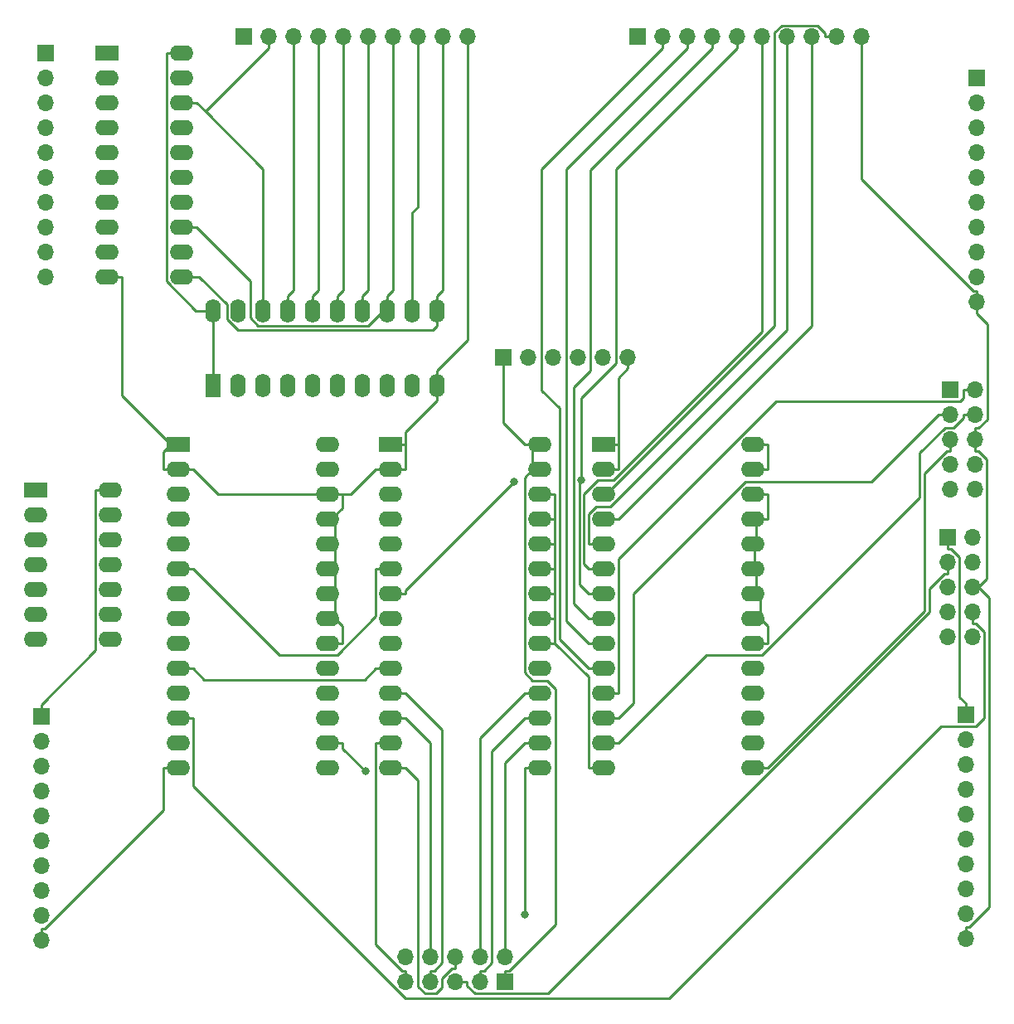
<source format=gbr>
%TF.GenerationSoftware,KiCad,Pcbnew,6.0.2+dfsg-1*%
%TF.CreationDate,2023-02-27T20:22:54-05:00*%
%TF.ProjectId,DatapathController,44617461-7061-4746-9843-6f6e74726f6c,rev?*%
%TF.SameCoordinates,Original*%
%TF.FileFunction,Copper,L2,Bot*%
%TF.FilePolarity,Positive*%
%FSLAX46Y46*%
G04 Gerber Fmt 4.6, Leading zero omitted, Abs format (unit mm)*
G04 Created by KiCad (PCBNEW 6.0.2+dfsg-1) date 2023-02-27 20:22:54*
%MOMM*%
%LPD*%
G01*
G04 APERTURE LIST*
%TA.AperFunction,ComponentPad*%
%ADD10R,1.700000X1.700000*%
%TD*%
%TA.AperFunction,ComponentPad*%
%ADD11O,1.700000X1.700000*%
%TD*%
%TA.AperFunction,ComponentPad*%
%ADD12R,2.400000X1.600000*%
%TD*%
%TA.AperFunction,ComponentPad*%
%ADD13O,2.400000X1.600000*%
%TD*%
%TA.AperFunction,ComponentPad*%
%ADD14R,1.600000X2.400000*%
%TD*%
%TA.AperFunction,ComponentPad*%
%ADD15O,1.600000X2.400000*%
%TD*%
%TA.AperFunction,ViaPad*%
%ADD16C,0.800000*%
%TD*%
%TA.AperFunction,Conductor*%
%ADD17C,0.250000*%
%TD*%
G04 APERTURE END LIST*
D10*
%TO.P,J7,1,Pin_1*%
%TO.N,VCC*%
X112485000Y-53925000D03*
D11*
%TO.P,J7,2,Pin_2*%
%TO.N,Net-(J7-Pad2)*%
X115025000Y-53925000D03*
%TO.P,J7,3,Pin_3*%
%TO.N,Net-(J7-Pad3)*%
X112485000Y-56465000D03*
%TO.P,J7,4,Pin_4*%
%TO.N,Net-(J7-Pad4)*%
X115025000Y-56465000D03*
%TO.P,J7,5,Pin_5*%
%TO.N,Net-(J7-Pad5)*%
X112485000Y-59005000D03*
%TO.P,J7,6,Pin_6*%
%TO.N,GND*%
X115025000Y-59005000D03*
%TO.P,J7,7,Pin_7*%
%TO.N,Net-(J7-Pad7)*%
X112485000Y-61545000D03*
%TO.P,J7,8,Pin_8*%
%TO.N,Net-(J7-Pad8)*%
X115025000Y-61545000D03*
%TO.P,J7,9,Pin_9*%
%TO.N,Net-(J7-Pad9)*%
X112485000Y-64085000D03*
%TO.P,J7,10,Pin_10*%
%TO.N,Net-(J7-Pad10)*%
X115025000Y-64085000D03*
%TD*%
D10*
%TO.P,J6,1,Pin_1*%
%TO.N,VCC*%
X112225000Y-69045000D03*
D11*
%TO.P,J6,2,Pin_2*%
%TO.N,Net-(J6-Pad2)*%
X114765000Y-69045000D03*
%TO.P,J6,3,Pin_3*%
%TO.N,CLK*%
X112225000Y-71585000D03*
%TO.P,J6,4,Pin_4*%
%TO.N,unconnected-(J6-Pad4)*%
X114765000Y-71585000D03*
%TO.P,J6,5,Pin_5*%
%TO.N,Net-(J6-Pad5)*%
X112225000Y-74125000D03*
%TO.P,J6,6,Pin_6*%
%TO.N,GND*%
X114765000Y-74125000D03*
%TO.P,J6,7,Pin_7*%
%TO.N,Net-(J6-Pad7)*%
X112225000Y-76665000D03*
%TO.P,J6,8,Pin_8*%
%TO.N,Net-(J6-Pad8)*%
X114765000Y-76665000D03*
%TO.P,J6,9,Pin_9*%
%TO.N,Net-(J6-Pad9)*%
X112225000Y-79205000D03*
%TO.P,J6,10,Pin_10*%
%TO.N,Net-(J6-Pad10)*%
X114765000Y-79205000D03*
%TD*%
D12*
%TO.P,U6,1,A14*%
%TO.N,GND*%
X77055000Y-59535000D03*
D13*
%TO.P,U6,2,A12*%
X77055000Y-62075000D03*
%TO.P,U6,3,A7*%
%TO.N,/DecodeIns/A_{7}*%
X77055000Y-64615000D03*
%TO.P,U6,4,A6*%
%TO.N,/DecodeIns/A_{6}*%
X77055000Y-67155000D03*
%TO.P,U6,5,A5*%
%TO.N,/DecodeIns/A_{5}*%
X77055000Y-69695000D03*
%TO.P,U6,6,A4*%
%TO.N,/DecodeIns/A_{4}*%
X77055000Y-72235000D03*
%TO.P,U6,7,A3*%
%TO.N,/DecodeIns/A_{3}*%
X77055000Y-74775000D03*
%TO.P,U6,8,A2*%
%TO.N,/DecodeIns/A_{2}*%
X77055000Y-77315000D03*
%TO.P,U6,9,A1*%
%TO.N,/DecodeIns/A_{1}*%
X77055000Y-79855000D03*
%TO.P,U6,10,A0*%
%TO.N,/DecodeIns/A_{0}*%
X77055000Y-82395000D03*
%TO.P,U6,11,D0*%
%TO.N,Net-(J7-Pad2)*%
X77055000Y-84935000D03*
%TO.P,U6,12,D1*%
%TO.N,Net-(J7-Pad3)*%
X77055000Y-87475000D03*
%TO.P,U6,13,D2*%
%TO.N,Net-(J7-Pad4)*%
X77055000Y-90015000D03*
%TO.P,U6,14,GND*%
%TO.N,GND*%
X77055000Y-92555000D03*
%TO.P,U6,15,D3*%
%TO.N,Net-(J7-Pad5)*%
X92295000Y-92555000D03*
%TO.P,U6,16,D4*%
%TO.N,unconnected-(U6-Pad16)*%
X92295000Y-90015000D03*
%TO.P,U6,17,D5*%
%TO.N,unconnected-(U6-Pad17)*%
X92295000Y-87475000D03*
%TO.P,U6,18,D6*%
%TO.N,unconnected-(U6-Pad18)*%
X92295000Y-84935000D03*
%TO.P,U6,19,D7*%
%TO.N,unconnected-(U6-Pad19)*%
X92295000Y-82395000D03*
%TO.P,U6,20,~{CS}*%
%TO.N,GND*%
X92295000Y-79855000D03*
%TO.P,U6,21,A10*%
X92295000Y-77315000D03*
%TO.P,U6,22,~{OE}*%
X92295000Y-74775000D03*
%TO.P,U6,23,A11*%
X92295000Y-72235000D03*
%TO.P,U6,24,A9*%
X92295000Y-69695000D03*
%TO.P,U6,25,A8*%
X92295000Y-67155000D03*
%TO.P,U6,26,A13*%
X92295000Y-64615000D03*
%TO.P,U6,27,~{WE}*%
%TO.N,VCC*%
X92295000Y-62075000D03*
%TO.P,U6,28,VCC*%
X92295000Y-59535000D03*
%TD*%
D12*
%TO.P,U5,1,A14*%
%TO.N,GND*%
X33635000Y-59535000D03*
D13*
%TO.P,U5,2,A12*%
X33635000Y-62075000D03*
%TO.P,U5,3,A7*%
%TO.N,/DecodeIns/A_{7}*%
X33635000Y-64615000D03*
%TO.P,U5,4,A6*%
%TO.N,/DecodeIns/A_{6}*%
X33635000Y-67155000D03*
%TO.P,U5,5,A5*%
%TO.N,/DecodeIns/A_{5}*%
X33635000Y-69695000D03*
%TO.P,U5,6,A4*%
%TO.N,/DecodeIns/A_{4}*%
X33635000Y-72235000D03*
%TO.P,U5,7,A3*%
%TO.N,/DecodeIns/A_{3}*%
X33635000Y-74775000D03*
%TO.P,U5,8,A2*%
%TO.N,/DecodeIns/A_{2}*%
X33635000Y-77315000D03*
%TO.P,U5,9,A1*%
%TO.N,/DecodeIns/A_{1}*%
X33635000Y-79855000D03*
%TO.P,U5,10,A0*%
%TO.N,/DecodeIns/A_{0}*%
X33635000Y-82395000D03*
%TO.P,U5,11,D0*%
%TO.N,Net-(J6-Pad7)*%
X33635000Y-84935000D03*
%TO.P,U5,12,D1*%
%TO.N,Net-(J6-Pad8)*%
X33635000Y-87475000D03*
%TO.P,U5,13,D2*%
%TO.N,Net-(J6-Pad9)*%
X33635000Y-90015000D03*
%TO.P,U5,14,GND*%
%TO.N,GND*%
X33635000Y-92555000D03*
%TO.P,U5,15,D3*%
%TO.N,Net-(J6-Pad10)*%
X48875000Y-92555000D03*
%TO.P,U5,16,D4*%
%TO.N,Net-(J6-Pad2)*%
X48875000Y-90015000D03*
%TO.P,U5,17,D5*%
%TO.N,Net-(J6-Pad5)*%
X48875000Y-87475000D03*
%TO.P,U5,18,D6*%
%TO.N,unconnected-(U5-Pad18)*%
X48875000Y-84935000D03*
%TO.P,U5,19,D7*%
%TO.N,unconnected-(U5-Pad19)*%
X48875000Y-82395000D03*
%TO.P,U5,20,~{CS}*%
%TO.N,GND*%
X48875000Y-79855000D03*
%TO.P,U5,21,A10*%
X48875000Y-77315000D03*
%TO.P,U5,22,~{OE}*%
X48875000Y-74775000D03*
%TO.P,U5,23,A11*%
X48875000Y-72235000D03*
%TO.P,U5,24,A9*%
X48875000Y-69695000D03*
%TO.P,U5,25,A8*%
X48875000Y-67155000D03*
%TO.P,U5,26,A13*%
X48875000Y-64615000D03*
%TO.P,U5,27,~{WE}*%
%TO.N,VCC*%
X48875000Y-62075000D03*
%TO.P,U5,28,VCC*%
X48875000Y-59535000D03*
%TD*%
D12*
%TO.P,U4,1,A14*%
%TO.N,GND*%
X55345000Y-59535000D03*
D13*
%TO.P,U4,2,A12*%
X55345000Y-62075000D03*
%TO.P,U4,3,A7*%
%TO.N,/DecodeIns/A_{7}*%
X55345000Y-64615000D03*
%TO.P,U4,4,A6*%
%TO.N,/DecodeIns/A_{6}*%
X55345000Y-67155000D03*
%TO.P,U4,5,A5*%
%TO.N,/DecodeIns/A_{5}*%
X55345000Y-69695000D03*
%TO.P,U4,6,A4*%
%TO.N,/DecodeIns/A_{4}*%
X55345000Y-72235000D03*
%TO.P,U4,7,A3*%
%TO.N,/DecodeIns/A_{3}*%
X55345000Y-74775000D03*
%TO.P,U4,8,A2*%
%TO.N,/DecodeIns/A_{2}*%
X55345000Y-77315000D03*
%TO.P,U4,9,A1*%
%TO.N,/DecodeIns/A_{1}*%
X55345000Y-79855000D03*
%TO.P,U4,10,A0*%
%TO.N,/DecodeIns/A_{0}*%
X55345000Y-82395000D03*
%TO.P,U4,11,D0*%
%TO.N,Net-(J5-Pad7)*%
X55345000Y-84935000D03*
%TO.P,U4,12,D1*%
%TO.N,Net-(J5-Pad8)*%
X55345000Y-87475000D03*
%TO.P,U4,13,D2*%
%TO.N,Net-(J5-Pad9)*%
X55345000Y-90015000D03*
%TO.P,U4,14,GND*%
%TO.N,GND*%
X55345000Y-92555000D03*
%TO.P,U4,15,D3*%
%TO.N,Net-(J5-Pad10)*%
X70585000Y-92555000D03*
%TO.P,U4,16,D4*%
%TO.N,Net-(J5-Pad2)*%
X70585000Y-90015000D03*
%TO.P,U4,17,D5*%
%TO.N,Net-(J5-Pad3)*%
X70585000Y-87475000D03*
%TO.P,U4,18,D6*%
%TO.N,Net-(J5-Pad4)*%
X70585000Y-84935000D03*
%TO.P,U4,19,D7*%
%TO.N,unconnected-(U4-Pad19)*%
X70585000Y-82395000D03*
%TO.P,U4,20,~{CS}*%
%TO.N,GND*%
X70585000Y-79855000D03*
%TO.P,U4,21,A10*%
X70585000Y-77315000D03*
%TO.P,U4,22,~{OE}*%
X70585000Y-74775000D03*
%TO.P,U4,23,A11*%
X70585000Y-72235000D03*
%TO.P,U4,24,A9*%
X70585000Y-69695000D03*
%TO.P,U4,25,A8*%
X70585000Y-67155000D03*
%TO.P,U4,26,A13*%
X70585000Y-64615000D03*
%TO.P,U4,27,~{WE}*%
%TO.N,VCC*%
X70585000Y-62075000D03*
%TO.P,U4,28,VCC*%
X70585000Y-59535000D03*
%TD*%
D12*
%TO.P,U3,1,A->B*%
%TO.N,VCC*%
X26350000Y-19535000D03*
D13*
%TO.P,U3,2,A0*%
%TO.N,Net-(IMM1-Pad2)*%
X26350000Y-22075000D03*
%TO.P,U3,3,A1*%
%TO.N,Net-(IMM1-Pad3)*%
X26350000Y-24615000D03*
%TO.P,U3,4,A2*%
%TO.N,Net-(IMM1-Pad4)*%
X26350000Y-27155000D03*
%TO.P,U3,5,A3*%
%TO.N,Net-(IMM1-Pad5)*%
X26350000Y-29695000D03*
%TO.P,U3,6,A4*%
%TO.N,Net-(IMM1-Pad6)*%
X26350000Y-32235000D03*
%TO.P,U3,7,A5*%
%TO.N,Net-(IMM1-Pad7)*%
X26350000Y-34775000D03*
%TO.P,U3,8,A6*%
%TO.N,Net-(IMM1-Pad8)*%
X26350000Y-37315000D03*
%TO.P,U3,9,A7*%
%TO.N,Net-(IMM1-Pad9)*%
X26350000Y-39855000D03*
%TO.P,U3,10,GND*%
%TO.N,GND*%
X26350000Y-42395000D03*
%TO.P,U3,11,B7*%
%TO.N,Net-(J1-Pad9)*%
X33970000Y-42395000D03*
%TO.P,U3,12,B6*%
%TO.N,Net-(J1-Pad8)*%
X33970000Y-39855000D03*
%TO.P,U3,13,B5*%
%TO.N,Net-(J1-Pad7)*%
X33970000Y-37315000D03*
%TO.P,U3,14,B4*%
%TO.N,Net-(J1-Pad6)*%
X33970000Y-34775000D03*
%TO.P,U3,15,B3*%
%TO.N,Net-(J1-Pad5)*%
X33970000Y-32235000D03*
%TO.P,U3,16,B2*%
%TO.N,Net-(J1-Pad4)*%
X33970000Y-29695000D03*
%TO.P,U3,17,B1*%
%TO.N,Net-(J1-Pad3)*%
X33970000Y-27155000D03*
%TO.P,U3,18,B0*%
%TO.N,Net-(J1-Pad2)*%
X33970000Y-24615000D03*
%TO.P,U3,19,CE*%
%TO.N,Net-(U1-Pad2)*%
X33970000Y-22075000D03*
%TO.P,U3,20,VCC*%
%TO.N,VCC*%
X33970000Y-19535000D03*
%TD*%
D14*
%TO.P,U2,1,A->B*%
%TO.N,VCC*%
X37205000Y-53500000D03*
D15*
%TO.P,U2,2,A0*%
%TO.N,Net-(RD1-Pad2)*%
X39745000Y-53500000D03*
%TO.P,U2,3,A1*%
%TO.N,Net-(RD1-Pad3)*%
X42285000Y-53500000D03*
%TO.P,U2,4,A2*%
%TO.N,Net-(RD1-Pad4)*%
X44825000Y-53500000D03*
%TO.P,U2,5,A3*%
%TO.N,Net-(RD1-Pad5)*%
X47365000Y-53500000D03*
%TO.P,U2,6,A4*%
%TO.N,Net-(RD1-Pad6)*%
X49905000Y-53500000D03*
%TO.P,U2,7,A5*%
%TO.N,Net-(RD1-Pad7)*%
X52445000Y-53500000D03*
%TO.P,U2,8,A6*%
%TO.N,Net-(RD1-Pad8)*%
X54985000Y-53500000D03*
%TO.P,U2,9,A7*%
%TO.N,Net-(RD1-Pad9)*%
X57525000Y-53500000D03*
%TO.P,U2,10,GND*%
%TO.N,GND*%
X60065000Y-53500000D03*
%TO.P,U2,11,B7*%
%TO.N,Net-(J1-Pad9)*%
X60065000Y-45880000D03*
%TO.P,U2,12,B6*%
%TO.N,Net-(J1-Pad8)*%
X57525000Y-45880000D03*
%TO.P,U2,13,B5*%
%TO.N,Net-(J1-Pad7)*%
X54985000Y-45880000D03*
%TO.P,U2,14,B4*%
%TO.N,Net-(J1-Pad6)*%
X52445000Y-45880000D03*
%TO.P,U2,15,B3*%
%TO.N,Net-(J1-Pad5)*%
X49905000Y-45880000D03*
%TO.P,U2,16,B2*%
%TO.N,Net-(J1-Pad4)*%
X47365000Y-45880000D03*
%TO.P,U2,17,B1*%
%TO.N,Net-(J1-Pad3)*%
X44825000Y-45880000D03*
%TO.P,U2,18,B0*%
%TO.N,Net-(J1-Pad2)*%
X42285000Y-45880000D03*
%TO.P,U2,19,CE*%
%TO.N,~{IMM}*%
X39745000Y-45880000D03*
%TO.P,U2,20,VCC*%
%TO.N,VCC*%
X37205000Y-45880000D03*
%TD*%
D12*
%TO.P,U1,1*%
%TO.N,~{IMM}*%
X19110000Y-64165000D03*
D13*
%TO.P,U1,2*%
%TO.N,Net-(U1-Pad2)*%
X19110000Y-66705000D03*
%TO.P,U1,3*%
%TO.N,unconnected-(U1-Pad3)*%
X19110000Y-69245000D03*
%TO.P,U1,4*%
%TO.N,unconnected-(U1-Pad4)*%
X19110000Y-71785000D03*
%TO.P,U1,5*%
%TO.N,unconnected-(U1-Pad5)*%
X19110000Y-74325000D03*
%TO.P,U1,6*%
%TO.N,unconnected-(U1-Pad6)*%
X19110000Y-76865000D03*
%TO.P,U1,7,GND*%
%TO.N,GND*%
X19110000Y-79405000D03*
%TO.P,U1,8*%
%TO.N,unconnected-(U1-Pad8)*%
X26730000Y-79405000D03*
%TO.P,U1,9*%
%TO.N,unconnected-(U1-Pad9)*%
X26730000Y-76865000D03*
%TO.P,U1,10*%
%TO.N,unconnected-(U1-Pad10)*%
X26730000Y-74325000D03*
%TO.P,U1,11*%
%TO.N,unconnected-(U1-Pad11)*%
X26730000Y-71785000D03*
%TO.P,U1,12*%
%TO.N,unconnected-(U1-Pad12)*%
X26730000Y-69245000D03*
%TO.P,U1,13*%
%TO.N,unconnected-(U1-Pad13)*%
X26730000Y-66705000D03*
%TO.P,U1,14,VCC*%
%TO.N,VCC*%
X26730000Y-64165000D03*
%TD*%
D10*
%TO.P,RD1,1,Pin_1*%
%TO.N,VCC*%
X115205000Y-22140000D03*
D11*
%TO.P,RD1,2,Pin_2*%
%TO.N,Net-(RD1-Pad2)*%
X115205000Y-24680000D03*
%TO.P,RD1,3,Pin_3*%
%TO.N,Net-(RD1-Pad3)*%
X115205000Y-27220000D03*
%TO.P,RD1,4,Pin_4*%
%TO.N,Net-(RD1-Pad4)*%
X115205000Y-29760000D03*
%TO.P,RD1,5,Pin_5*%
%TO.N,Net-(RD1-Pad5)*%
X115205000Y-32300000D03*
%TO.P,RD1,6,Pin_6*%
%TO.N,Net-(RD1-Pad6)*%
X115205000Y-34840000D03*
%TO.P,RD1,7,Pin_7*%
%TO.N,Net-(RD1-Pad7)*%
X115205000Y-37380000D03*
%TO.P,RD1,8,Pin_8*%
%TO.N,Net-(RD1-Pad8)*%
X115205000Y-39920000D03*
%TO.P,RD1,9,Pin_9*%
%TO.N,Net-(RD1-Pad9)*%
X115205000Y-42460000D03*
%TO.P,RD1,10,Pin_10*%
%TO.N,GND*%
X115205000Y-45000000D03*
%TD*%
D10*
%TO.P,J8,1,Pin_1*%
%TO.N,VCC*%
X66850000Y-50600000D03*
D11*
%TO.P,J8,2,Pin_2*%
%TO.N,Net-(J7-Pad10)*%
X69390000Y-50600000D03*
%TO.P,J8,3,Pin_3*%
%TO.N,Net-(J7-Pad9)*%
X71930000Y-50600000D03*
%TO.P,J8,4,Pin_4*%
%TO.N,Net-(J7-Pad8)*%
X74470000Y-50600000D03*
%TO.P,J8,5,Pin_5*%
%TO.N,Net-(J7-Pad7)*%
X77010000Y-50600000D03*
%TO.P,J8,6,Pin_6*%
%TO.N,GND*%
X79550000Y-50600000D03*
%TD*%
D10*
%TO.P,J5,1,Pin_1*%
%TO.N,VCC*%
X67040000Y-114426500D03*
D11*
%TO.P,J5,2,Pin_2*%
%TO.N,Net-(J5-Pad2)*%
X67040000Y-111886500D03*
%TO.P,J5,3,Pin_3*%
%TO.N,Net-(J5-Pad3)*%
X64500000Y-114426500D03*
%TO.P,J5,4,Pin_4*%
%TO.N,Net-(J5-Pad4)*%
X64500000Y-111886500D03*
%TO.P,J5,5,Pin_5*%
%TO.N,CLK*%
X61960000Y-114426500D03*
%TO.P,J5,6,Pin_6*%
%TO.N,GND*%
X61960000Y-111886500D03*
%TO.P,J5,7,Pin_7*%
%TO.N,Net-(J5-Pad7)*%
X59420000Y-114426500D03*
%TO.P,J5,8,Pin_8*%
%TO.N,Net-(J5-Pad8)*%
X59420000Y-111886500D03*
%TO.P,J5,9,Pin_9*%
%TO.N,Net-(J5-Pad9)*%
X56880000Y-114426500D03*
%TO.P,J5,10,Pin_10*%
%TO.N,Net-(J5-Pad10)*%
X56880000Y-111886500D03*
%TD*%
D10*
%TO.P,J4,1,Pin_1*%
%TO.N,VCC*%
X114045000Y-87140000D03*
D11*
%TO.P,J4,2,Pin_2*%
%TO.N,Net-(J3-Pad2)*%
X114045000Y-89680000D03*
%TO.P,J4,3,Pin_3*%
%TO.N,Net-(J3-Pad3)*%
X114045000Y-92220000D03*
%TO.P,J4,4,Pin_4*%
%TO.N,Net-(J3-Pad4)*%
X114045000Y-94760000D03*
%TO.P,J4,5,Pin_5*%
%TO.N,Net-(J3-Pad5)*%
X114045000Y-97300000D03*
%TO.P,J4,6,Pin_6*%
%TO.N,Net-(J3-Pad6)*%
X114045000Y-99840000D03*
%TO.P,J4,7,Pin_7*%
%TO.N,Net-(J3-Pad7)*%
X114045000Y-102380000D03*
%TO.P,J4,8,Pin_8*%
%TO.N,Net-(J3-Pad8)*%
X114045000Y-104920000D03*
%TO.P,J4,9,Pin_9*%
%TO.N,Net-(J3-Pad9)*%
X114045000Y-107460000D03*
%TO.P,J4,10,Pin_10*%
%TO.N,GND*%
X114045000Y-110000000D03*
%TD*%
D10*
%TO.P,J3,1,Pin_1*%
%TO.N,VCC*%
X19680000Y-87260000D03*
D11*
%TO.P,J3,2,Pin_2*%
%TO.N,Net-(J3-Pad2)*%
X19680000Y-89800000D03*
%TO.P,J3,3,Pin_3*%
%TO.N,Net-(J3-Pad3)*%
X19680000Y-92340000D03*
%TO.P,J3,4,Pin_4*%
%TO.N,Net-(J3-Pad4)*%
X19680000Y-94880000D03*
%TO.P,J3,5,Pin_5*%
%TO.N,Net-(J3-Pad5)*%
X19680000Y-97420000D03*
%TO.P,J3,6,Pin_6*%
%TO.N,Net-(J3-Pad6)*%
X19680000Y-99960000D03*
%TO.P,J3,7,Pin_7*%
%TO.N,Net-(J3-Pad7)*%
X19680000Y-102500000D03*
%TO.P,J3,8,Pin_8*%
%TO.N,Net-(J3-Pad8)*%
X19680000Y-105040000D03*
%TO.P,J3,9,Pin_9*%
%TO.N,Net-(J3-Pad9)*%
X19680000Y-107580000D03*
%TO.P,J3,10,Pin_10*%
%TO.N,GND*%
X19680000Y-110120000D03*
%TD*%
D10*
%TO.P,J2,1,Pin_1*%
%TO.N,VCC*%
X80550000Y-17910000D03*
D11*
%TO.P,J2,2,Pin_2*%
%TO.N,/DecodeIns/A_{0}*%
X83090000Y-17910000D03*
%TO.P,J2,3,Pin_3*%
%TO.N,/DecodeIns/A_{1}*%
X85630000Y-17910000D03*
%TO.P,J2,4,Pin_4*%
%TO.N,/DecodeIns/A_{2}*%
X88170000Y-17910000D03*
%TO.P,J2,5,Pin_5*%
%TO.N,/DecodeIns/A_{3}*%
X90710000Y-17910000D03*
%TO.P,J2,6,Pin_6*%
%TO.N,/DecodeIns/A_{4}*%
X93250000Y-17910000D03*
%TO.P,J2,7,Pin_7*%
%TO.N,/DecodeIns/A_{5}*%
X95790000Y-17910000D03*
%TO.P,J2,8,Pin_8*%
%TO.N,/DecodeIns/A_{6}*%
X98330000Y-17910000D03*
%TO.P,J2,9,Pin_9*%
%TO.N,/DecodeIns/A_{7}*%
X100870000Y-17910000D03*
%TO.P,J2,10,Pin_10*%
%TO.N,GND*%
X103410000Y-17910000D03*
%TD*%
D10*
%TO.P,J1,1,Pin_1*%
%TO.N,VCC*%
X40330000Y-17885000D03*
D11*
%TO.P,J1,2,Pin_2*%
%TO.N,Net-(J1-Pad2)*%
X42870000Y-17885000D03*
%TO.P,J1,3,Pin_3*%
%TO.N,Net-(J1-Pad3)*%
X45410000Y-17885000D03*
%TO.P,J1,4,Pin_4*%
%TO.N,Net-(J1-Pad4)*%
X47950000Y-17885000D03*
%TO.P,J1,5,Pin_5*%
%TO.N,Net-(J1-Pad5)*%
X50490000Y-17885000D03*
%TO.P,J1,6,Pin_6*%
%TO.N,Net-(J1-Pad6)*%
X53030000Y-17885000D03*
%TO.P,J1,7,Pin_7*%
%TO.N,Net-(J1-Pad7)*%
X55570000Y-17885000D03*
%TO.P,J1,8,Pin_8*%
%TO.N,Net-(J1-Pad8)*%
X58110000Y-17885000D03*
%TO.P,J1,9,Pin_9*%
%TO.N,Net-(J1-Pad9)*%
X60650000Y-17885000D03*
%TO.P,J1,10,Pin_10*%
%TO.N,GND*%
X63190000Y-17885000D03*
%TD*%
D10*
%TO.P,IMM1,1,Pin_1*%
%TO.N,VCC*%
X20110000Y-19550000D03*
D11*
%TO.P,IMM1,2,Pin_2*%
%TO.N,Net-(IMM1-Pad2)*%
X20110000Y-22090000D03*
%TO.P,IMM1,3,Pin_3*%
%TO.N,Net-(IMM1-Pad3)*%
X20110000Y-24630000D03*
%TO.P,IMM1,4,Pin_4*%
%TO.N,Net-(IMM1-Pad4)*%
X20110000Y-27170000D03*
%TO.P,IMM1,5,Pin_5*%
%TO.N,Net-(IMM1-Pad5)*%
X20110000Y-29710000D03*
%TO.P,IMM1,6,Pin_6*%
%TO.N,Net-(IMM1-Pad6)*%
X20110000Y-32250000D03*
%TO.P,IMM1,7,Pin_7*%
%TO.N,Net-(IMM1-Pad7)*%
X20110000Y-34790000D03*
%TO.P,IMM1,8,Pin_8*%
%TO.N,Net-(IMM1-Pad8)*%
X20110000Y-37330000D03*
%TO.P,IMM1,9,Pin_9*%
%TO.N,Net-(IMM1-Pad9)*%
X20110000Y-39870000D03*
%TO.P,IMM1,10,Pin_10*%
%TO.N,GND*%
X20110000Y-42410000D03*
%TD*%
D16*
%TO.N,Net-(J6-Pad2)*%
X52752400Y-92918800D03*
%TO.N,Net-(J5-Pad10)*%
X69028700Y-107522300D03*
%TO.N,/DecodeIns/A_{3}*%
X74778000Y-63129900D03*
X67925200Y-63345000D03*
%TD*%
D17*
%TO.N,Net-(J7-Pad5)*%
X112119700Y-60180100D02*
X112485000Y-60180100D01*
X109812400Y-62487400D02*
X112119700Y-60180100D01*
X109812400Y-76562700D02*
X109812400Y-62487400D01*
X93820100Y-92555000D02*
X109812400Y-76562700D01*
X92295000Y-92555000D02*
X93820100Y-92555000D01*
X112485000Y-59005000D02*
X112485000Y-60180100D01*
%TO.N,Net-(J7-Pad4)*%
X113849900Y-56830200D02*
X113849900Y-56465000D01*
X112850300Y-57829800D02*
X113849900Y-56830200D01*
X111948700Y-57829800D02*
X112850300Y-57829800D01*
X109362200Y-60416300D02*
X111948700Y-57829800D01*
X109362200Y-64958800D02*
X109362200Y-60416300D01*
X93269900Y-81051100D02*
X109362200Y-64958800D01*
X87544000Y-81051100D02*
X93269900Y-81051100D01*
X78580100Y-90015000D02*
X87544000Y-81051100D01*
X77055000Y-90015000D02*
X78580100Y-90015000D01*
X115025000Y-56465000D02*
X113849900Y-56465000D01*
%TO.N,Net-(J7-Pad3)*%
X77055000Y-87475000D02*
X78580100Y-87475000D01*
X112485000Y-56465000D02*
X111309900Y-56465000D01*
X104429900Y-63345000D02*
X111309900Y-56465000D01*
X91533000Y-63345000D02*
X104429900Y-63345000D01*
X80123800Y-74754200D02*
X91533000Y-63345000D01*
X80123800Y-85931300D02*
X80123800Y-74754200D01*
X78580100Y-87475000D02*
X80123800Y-85931300D01*
%TO.N,Net-(J7-Pad2)*%
X113849900Y-54756000D02*
X113849900Y-53925000D01*
X113505700Y-55100200D02*
X113849900Y-54756000D01*
X94719300Y-55100200D02*
X113505700Y-55100200D01*
X78580100Y-71239400D02*
X94719300Y-55100200D01*
X78580100Y-84935000D02*
X78580100Y-71239400D01*
X77055000Y-84935000D02*
X78580100Y-84935000D01*
X115025000Y-53925000D02*
X113849900Y-53925000D01*
%TO.N,Net-(J6-Pad8)*%
X115130200Y-77840100D02*
X114765000Y-77840100D01*
X115946000Y-78655900D02*
X115130200Y-77840100D01*
X115946000Y-87474100D02*
X115946000Y-78655900D01*
X115104900Y-88315200D02*
X115946000Y-87474100D01*
X111530000Y-88315200D02*
X115104900Y-88315200D01*
X83750400Y-116094800D02*
X111530000Y-88315200D01*
X56880500Y-116094800D02*
X83750400Y-116094800D01*
X35160100Y-94374400D02*
X56880500Y-116094800D01*
X35160100Y-87475000D02*
X35160100Y-94374400D01*
X33635000Y-87475000D02*
X35160100Y-87475000D01*
X114765000Y-76665000D02*
X114765000Y-77840100D01*
%TO.N,Net-(J6-Pad2)*%
X50400100Y-90566500D02*
X52752400Y-92918800D01*
X50400100Y-90015000D02*
X50400100Y-90566500D01*
X48875000Y-90015000D02*
X50400100Y-90015000D01*
%TO.N,Net-(J5-Pad10)*%
X69059900Y-107491100D02*
X69059900Y-92555000D01*
X69028700Y-107522300D02*
X69059900Y-107491100D01*
X70585000Y-92555000D02*
X69059900Y-92555000D01*
%TO.N,Net-(J5-Pad9)*%
X56880000Y-114426500D02*
X56880000Y-113251400D01*
X55345000Y-90015000D02*
X53819900Y-90015000D01*
X53819900Y-110558500D02*
X53819900Y-90015000D01*
X56512800Y-113251400D02*
X53819900Y-110558500D01*
X56880000Y-113251400D02*
X56512800Y-113251400D01*
%TO.N,Net-(J5-Pad8)*%
X59420000Y-90024900D02*
X56870100Y-87475000D01*
X59420000Y-111886500D02*
X59420000Y-90024900D01*
X55345000Y-87475000D02*
X56870100Y-87475000D01*
%TO.N,Net-(J5-Pad7)*%
X60607700Y-88672600D02*
X56870100Y-84935000D01*
X60607700Y-112430900D02*
X60607700Y-88672600D01*
X59787200Y-113251400D02*
X60607700Y-112430900D01*
X59420000Y-113251400D02*
X59787200Y-113251400D01*
X59420000Y-114426500D02*
X59420000Y-113251400D01*
X55345000Y-84935000D02*
X56870100Y-84935000D01*
%TO.N,CLK*%
X61960000Y-114426500D02*
X63135100Y-114426500D01*
X112225000Y-71585000D02*
X112225000Y-72760100D01*
X63135100Y-114793700D02*
X63135100Y-114426500D01*
X63943100Y-115601700D02*
X63135100Y-114793700D01*
X71410100Y-115601700D02*
X63943100Y-115601700D01*
X110361400Y-76650400D02*
X71410100Y-115601700D01*
X110361400Y-74258400D02*
X110361400Y-76650400D01*
X111859700Y-72760100D02*
X110361400Y-74258400D01*
X112225000Y-72760100D02*
X111859700Y-72760100D01*
%TO.N,Net-(J5-Pad4)*%
X64500000Y-89494900D02*
X69059900Y-84935000D01*
X64500000Y-111886500D02*
X64500000Y-89494900D01*
X70585000Y-84935000D02*
X69059900Y-84935000D01*
%TO.N,Net-(J5-Pad3)*%
X65675100Y-90859800D02*
X69059900Y-87475000D01*
X65675100Y-112443600D02*
X65675100Y-90859800D01*
X64867300Y-113251400D02*
X65675100Y-112443600D01*
X64500000Y-113251400D02*
X64867300Y-113251400D01*
X64500000Y-114426500D02*
X64500000Y-113251400D01*
X70585000Y-87475000D02*
X69059900Y-87475000D01*
%TO.N,Net-(J5-Pad2)*%
X67040000Y-92034900D02*
X69059900Y-90015000D01*
X67040000Y-111886500D02*
X67040000Y-92034900D01*
X70585000Y-90015000D02*
X69059900Y-90015000D01*
%TO.N,/DecodeIns/A_{7}*%
X100870000Y-17910000D02*
X99694900Y-17910000D01*
X77334800Y-64615000D02*
X77055000Y-64615000D01*
X94520000Y-47429800D02*
X77334800Y-64615000D01*
X94520000Y-17466900D02*
X94520000Y-47429800D01*
X95253800Y-16733100D02*
X94520000Y-17466900D01*
X98883200Y-16733100D02*
X95253800Y-16733100D01*
X99694900Y-17544800D02*
X98883200Y-16733100D01*
X99694900Y-17910000D02*
X99694900Y-17544800D01*
%TO.N,/DecodeIns/A_{6}*%
X98330000Y-47405100D02*
X78580100Y-67155000D01*
X98330000Y-17910000D02*
X98330000Y-47405100D01*
X77055000Y-67155000D02*
X78580100Y-67155000D01*
%TO.N,/DecodeIns/A_{5}*%
X75529900Y-66662300D02*
X75529900Y-69695000D01*
X76307200Y-65885000D02*
X75529900Y-66662300D01*
X77783700Y-65885000D02*
X76307200Y-65885000D01*
X95790000Y-47878700D02*
X77783700Y-65885000D01*
X95790000Y-17910000D02*
X95790000Y-47878700D01*
X77055000Y-69695000D02*
X75529900Y-69695000D01*
%TO.N,/DecodeIns/A_{4}*%
X43943600Y-81018500D02*
X35160100Y-72235000D01*
X49874700Y-81018500D02*
X43943600Y-81018500D01*
X53819900Y-77073300D02*
X49874700Y-81018500D01*
X53819900Y-72235000D02*
X53819900Y-77073300D01*
X55345000Y-72235000D02*
X53819900Y-72235000D01*
X33635000Y-72235000D02*
X35160100Y-72235000D01*
X75044200Y-71749300D02*
X75529900Y-72235000D01*
X75044200Y-64612600D02*
X75044200Y-71749300D01*
X76456600Y-63200200D02*
X75044200Y-64612600D01*
X78102800Y-63200200D02*
X76456600Y-63200200D01*
X93250000Y-48053000D02*
X78102800Y-63200200D01*
X93250000Y-17910000D02*
X93250000Y-48053000D01*
X77055000Y-72235000D02*
X75529900Y-72235000D01*
%TO.N,/DecodeIns/A_{3}*%
X90710000Y-17910000D02*
X90710000Y-19085100D01*
X77055000Y-74775000D02*
X75529900Y-74775000D01*
X56870100Y-74400100D02*
X56870100Y-74775000D01*
X67925200Y-63345000D02*
X56870100Y-74400100D01*
X55345000Y-74775000D02*
X56870100Y-74775000D01*
X74594000Y-63313900D02*
X74778000Y-63129900D01*
X74594000Y-73839100D02*
X74594000Y-63313900D01*
X75529900Y-74775000D02*
X74594000Y-73839100D01*
X78334400Y-31460700D02*
X90710000Y-19085100D01*
X78334400Y-51272500D02*
X78334400Y-31460700D01*
X74778000Y-54828900D02*
X78334400Y-51272500D01*
X74778000Y-63129900D02*
X74778000Y-54828900D01*
%TO.N,/DecodeIns/A_{2}*%
X88170000Y-17910000D02*
X88170000Y-19085100D01*
X77055000Y-77315000D02*
X75529900Y-77315000D01*
X74030600Y-75815700D02*
X75529900Y-77315000D01*
X74030600Y-53672700D02*
X74030600Y-75815700D01*
X75740000Y-51963300D02*
X74030600Y-53672700D01*
X75740000Y-31515100D02*
X75740000Y-51963300D01*
X88170000Y-19085100D02*
X75740000Y-31515100D01*
%TO.N,/DecodeIns/A_{1}*%
X73274500Y-77599600D02*
X75529900Y-79855000D01*
X73274500Y-31440600D02*
X73274500Y-77599600D01*
X85630000Y-19085100D02*
X73274500Y-31440600D01*
X85630000Y-17910000D02*
X85630000Y-19085100D01*
X77055000Y-79855000D02*
X75529900Y-79855000D01*
%TO.N,/DecodeIns/A_{0}*%
X36309500Y-83544400D02*
X35160100Y-82395000D01*
X52670500Y-83544400D02*
X36309500Y-83544400D01*
X53819900Y-82395000D02*
X52670500Y-83544400D01*
X55345000Y-82395000D02*
X53819900Y-82395000D01*
X33635000Y-82395000D02*
X35160100Y-82395000D01*
X72560300Y-79425400D02*
X75529900Y-82395000D01*
X72560300Y-55812200D02*
X72560300Y-79425400D01*
X70750300Y-54002200D02*
X72560300Y-55812200D01*
X70750300Y-31424800D02*
X70750300Y-54002200D01*
X83090000Y-19085100D02*
X70750300Y-31424800D01*
X83090000Y-17910000D02*
X83090000Y-19085100D01*
X77055000Y-82395000D02*
X75529900Y-82395000D01*
%TO.N,Net-(J1-Pad9)*%
X60065000Y-45880000D02*
X60065000Y-47405100D01*
X60650000Y-43769900D02*
X60065000Y-44354900D01*
X60650000Y-17885000D02*
X60650000Y-43769900D01*
X60065000Y-45880000D02*
X60065000Y-44354900D01*
X59614900Y-47855200D02*
X60065000Y-47405100D01*
X39726600Y-47855200D02*
X59614900Y-47855200D01*
X38619800Y-46748400D02*
X39726600Y-47855200D01*
X38619800Y-45252300D02*
X38619800Y-46748400D01*
X35762500Y-42395000D02*
X38619800Y-45252300D01*
X33970000Y-42395000D02*
X35762500Y-42395000D01*
%TO.N,Net-(J1-Pad8)*%
X57525000Y-45880000D02*
X57525000Y-44354900D01*
X57525000Y-35860600D02*
X57525000Y-44354900D01*
X58110000Y-35275600D02*
X57525000Y-35860600D01*
X58110000Y-17885000D02*
X58110000Y-35275600D01*
%TO.N,Net-(J1-Pad7)*%
X55570000Y-43769900D02*
X54985000Y-44354900D01*
X55570000Y-17885000D02*
X55570000Y-43769900D01*
X54985000Y-45880000D02*
X54985000Y-45446400D01*
X54985000Y-45446400D02*
X54985000Y-44354900D01*
X41015000Y-42834900D02*
X35495100Y-37315000D01*
X41015000Y-46608800D02*
X41015000Y-42834900D01*
X41811300Y-47405100D02*
X41015000Y-46608800D01*
X53026300Y-47405100D02*
X41811300Y-47405100D01*
X54985000Y-45446400D02*
X53026300Y-47405100D01*
X33970000Y-37315000D02*
X35495100Y-37315000D01*
%TO.N,Net-(J1-Pad6)*%
X53030000Y-43769900D02*
X52445000Y-44354900D01*
X53030000Y-17885000D02*
X53030000Y-43769900D01*
X52445000Y-45880000D02*
X52445000Y-44354900D01*
%TO.N,Net-(J1-Pad5)*%
X50490000Y-43769900D02*
X49905000Y-44354900D01*
X50490000Y-17885000D02*
X50490000Y-43769900D01*
X49905000Y-45880000D02*
X49905000Y-44354900D01*
%TO.N,Net-(J1-Pad4)*%
X47950000Y-43769900D02*
X47365000Y-44354900D01*
X47950000Y-17885000D02*
X47950000Y-43769900D01*
X47365000Y-45880000D02*
X47365000Y-44354900D01*
%TO.N,Net-(J1-Pad3)*%
X45410000Y-43769900D02*
X44825000Y-44354900D01*
X45410000Y-17885000D02*
X45410000Y-43769900D01*
X44825000Y-45880000D02*
X44825000Y-44354900D01*
%TO.N,Net-(J1-Pad2)*%
X33970000Y-24615000D02*
X35495100Y-24615000D01*
X42870000Y-17885000D02*
X42870000Y-19060100D01*
X42870000Y-19060100D02*
X36405100Y-25525000D01*
X42285000Y-31404900D02*
X36405100Y-25525000D01*
X42285000Y-45880000D02*
X42285000Y-31404900D01*
X36405100Y-25525000D02*
X35495100Y-24615000D01*
%TO.N,GND*%
X78580100Y-52745000D02*
X78580100Y-59535000D01*
X79550000Y-51775100D02*
X78580100Y-52745000D01*
X79550000Y-50600000D02*
X79550000Y-51775100D01*
X77055000Y-59535000D02*
X78580100Y-59535000D01*
X63190000Y-48849900D02*
X60065000Y-51974900D01*
X63190000Y-17885000D02*
X63190000Y-48849900D01*
X114839700Y-43824900D02*
X115205000Y-43824900D01*
X103410000Y-32395200D02*
X114839700Y-43824900D01*
X103410000Y-17910000D02*
X103410000Y-32395200D01*
X115205000Y-44412400D02*
X115205000Y-43824900D01*
X115205000Y-44412400D02*
X115205000Y-45000000D01*
X115390200Y-57829900D02*
X115025000Y-57829900D01*
X116241700Y-56978400D02*
X115390200Y-57829900D01*
X116241700Y-47211800D02*
X116241700Y-56978400D01*
X115205000Y-46175100D02*
X116241700Y-47211800D01*
X115205000Y-45000000D02*
X115205000Y-46175100D01*
X115025000Y-59005000D02*
X115025000Y-57829900D01*
X60065000Y-53500000D02*
X60065000Y-51974900D01*
X72110100Y-64615000D02*
X72110100Y-67155000D01*
X72110100Y-67155000D02*
X72110100Y-69695000D01*
X72110100Y-69695000D02*
X72110100Y-72235000D01*
X72110100Y-72235000D02*
X72110100Y-74775000D01*
X72110100Y-74775000D02*
X72110100Y-77315000D01*
X72110100Y-77315000D02*
X72110100Y-79855000D01*
X48875000Y-77315000D02*
X49637600Y-77315000D01*
X50400100Y-78077500D02*
X50400100Y-79855000D01*
X49637600Y-77315000D02*
X50400100Y-78077500D01*
X48875000Y-79855000D02*
X50400100Y-79855000D01*
X75529900Y-83274800D02*
X72110100Y-79855000D01*
X75529900Y-92555000D02*
X75529900Y-83274800D01*
X77055000Y-92555000D02*
X75529900Y-92555000D01*
X70585000Y-77315000D02*
X72110100Y-77315000D01*
X70585000Y-79855000D02*
X72110100Y-79855000D01*
X70585000Y-74775000D02*
X72110100Y-74775000D01*
X70585000Y-72235000D02*
X72110100Y-72235000D01*
X70585000Y-69695000D02*
X72110100Y-69695000D01*
X70585000Y-67155000D02*
X72110100Y-67155000D01*
X70585000Y-64615000D02*
X72110100Y-64615000D01*
X78580100Y-62075000D02*
X78580100Y-59535000D01*
X77055000Y-62075000D02*
X78580100Y-62075000D01*
X61594700Y-113061600D02*
X61960000Y-113061600D01*
X60595200Y-114061100D02*
X61594700Y-113061600D01*
X60595200Y-114954800D02*
X60595200Y-114061100D01*
X59943300Y-115606700D02*
X60595200Y-114954800D01*
X58871600Y-115606700D02*
X59943300Y-115606700D01*
X58150000Y-114885100D02*
X58871600Y-115606700D01*
X58150000Y-93834900D02*
X58150000Y-114885100D01*
X56870100Y-92555000D02*
X58150000Y-93834900D01*
X55345000Y-92555000D02*
X56870100Y-92555000D01*
X61960000Y-111886500D02*
X61960000Y-113061600D01*
X114045000Y-110000000D02*
X114045000Y-108824900D01*
X49637600Y-74775000D02*
X49637600Y-77315000D01*
X48875000Y-74775000D02*
X49637600Y-74775000D01*
X49637600Y-72235000D02*
X49637600Y-74775000D01*
X48875000Y-72235000D02*
X49637600Y-72235000D01*
X49637600Y-69695000D02*
X49637600Y-72235000D01*
X48875000Y-69695000D02*
X49637600Y-69695000D01*
X49637600Y-67155000D02*
X49637600Y-69695000D01*
X56870100Y-58220000D02*
X60065000Y-55025100D01*
X56870100Y-59535000D02*
X56870100Y-58220000D01*
X55345000Y-59535000D02*
X56870100Y-59535000D01*
X60065000Y-53500000D02*
X60065000Y-55025100D01*
X92295000Y-77315000D02*
X93057600Y-77315000D01*
X93820100Y-78077500D02*
X93820100Y-79855000D01*
X93057600Y-77315000D02*
X93820100Y-78077500D01*
X92295000Y-79855000D02*
X93820100Y-79855000D01*
X93057600Y-74775000D02*
X93057600Y-77315000D01*
X92676300Y-74775000D02*
X92676300Y-72235000D01*
X92295000Y-74775000D02*
X92676300Y-74775000D01*
X92676300Y-74775000D02*
X93057600Y-74775000D01*
X93820100Y-64615000D02*
X93820100Y-67155000D01*
X92295000Y-64615000D02*
X93820100Y-64615000D01*
X92676300Y-69695000D02*
X92676300Y-67155000D01*
X92295000Y-67155000D02*
X92676300Y-67155000D01*
X92676300Y-67155000D02*
X93820100Y-67155000D01*
X115025000Y-59005000D02*
X115025000Y-60180100D01*
X115390200Y-60180100D02*
X115025000Y-60180100D01*
X116235100Y-61025000D02*
X115390200Y-60180100D01*
X116235100Y-73242500D02*
X116235100Y-61025000D01*
X115352600Y-74125000D02*
X116235100Y-73242500D01*
X115352600Y-74125000D02*
X114765000Y-74125000D01*
X116452300Y-75224700D02*
X115352600Y-74125000D01*
X116452300Y-106782800D02*
X116452300Y-75224700D01*
X114410200Y-108824900D02*
X116452300Y-106782800D01*
X114045000Y-108824900D02*
X114410200Y-108824900D01*
X20045200Y-108944900D02*
X19680000Y-108944900D01*
X32109900Y-96880200D02*
X20045200Y-108944900D01*
X32109900Y-92555000D02*
X32109900Y-96880200D01*
X33635000Y-92555000D02*
X32109900Y-92555000D01*
X19680000Y-110120000D02*
X19680000Y-108944900D01*
X37700100Y-64615000D02*
X35160100Y-62075000D01*
X48875000Y-64615000D02*
X37700100Y-64615000D01*
X33635000Y-62075000D02*
X35160100Y-62075000D01*
X33635000Y-59535000D02*
X32872500Y-59535000D01*
X33635000Y-62075000D02*
X32109900Y-62075000D01*
X92485700Y-69695000D02*
X92485700Y-72235000D01*
X92295000Y-69695000D02*
X92485700Y-69695000D01*
X92485700Y-69695000D02*
X92676300Y-69695000D01*
X92295000Y-72235000D02*
X92485700Y-72235000D01*
X92485700Y-72235000D02*
X92676300Y-72235000D01*
X26350000Y-42395000D02*
X27875100Y-42395000D01*
X32109900Y-60297600D02*
X32109900Y-62075000D01*
X32872500Y-59535000D02*
X32109900Y-60297600D01*
X27875100Y-54537600D02*
X27875100Y-42395000D01*
X32872500Y-59535000D02*
X27875100Y-54537600D01*
X48875000Y-67155000D02*
X49256300Y-67155000D01*
X49256300Y-67155000D02*
X49637600Y-67155000D01*
X48875000Y-64615000D02*
X50400100Y-64615000D01*
X56870100Y-62075000D02*
X56870100Y-59535000D01*
X55345000Y-62075000D02*
X56870100Y-62075000D01*
X50400100Y-66011200D02*
X50400100Y-64615000D01*
X49256300Y-67155000D02*
X50400100Y-66011200D01*
X51279900Y-64615000D02*
X53819900Y-62075000D01*
X50400100Y-64615000D02*
X51279900Y-64615000D01*
X55345000Y-62075000D02*
X53819900Y-62075000D01*
%TO.N,VCC*%
X66850000Y-57325100D02*
X69059900Y-59535000D01*
X66850000Y-50600000D02*
X66850000Y-57325100D01*
X25204900Y-80560000D02*
X25204900Y-64165000D01*
X19680000Y-86084900D02*
X25204900Y-80560000D01*
X19680000Y-87260000D02*
X19680000Y-86084900D01*
X26730000Y-64165000D02*
X25204900Y-64165000D01*
X93820100Y-59535000D02*
X93820100Y-62075000D01*
X92295000Y-59535000D02*
X93820100Y-59535000D01*
X92295000Y-62075000D02*
X93820100Y-62075000D01*
X112225000Y-69045000D02*
X112225000Y-70220100D01*
X114045000Y-87140000D02*
X114045000Y-85964900D01*
X69822500Y-59535000D02*
X69822500Y-62075000D01*
X70585000Y-62075000D02*
X69822500Y-62075000D01*
X70585000Y-59535000D02*
X69822500Y-59535000D01*
X69822500Y-59535000D02*
X69059900Y-59535000D01*
X113400100Y-85320000D02*
X114045000Y-85964900D01*
X113400100Y-71027900D02*
X113400100Y-85320000D01*
X112592300Y-70220100D02*
X113400100Y-71027900D01*
X112225000Y-70220100D02*
X112592300Y-70220100D01*
X69009500Y-62888000D02*
X69822500Y-62075000D01*
X69009500Y-82835700D02*
X69009500Y-62888000D01*
X69838800Y-83665000D02*
X69009500Y-82835700D01*
X71326000Y-83665000D02*
X69838800Y-83665000D01*
X72145900Y-84484900D02*
X71326000Y-83665000D01*
X72145900Y-108512700D02*
X72145900Y-84484900D01*
X67407200Y-113251400D02*
X72145900Y-108512700D01*
X67040000Y-113251400D02*
X67407200Y-113251400D01*
X67040000Y-114426500D02*
X67040000Y-113251400D01*
X33970000Y-19535000D02*
X32444900Y-19535000D01*
X37205000Y-53500000D02*
X37205000Y-45880000D01*
X32444900Y-42872400D02*
X32444900Y-19535000D01*
X35452500Y-45880000D02*
X32444900Y-42872400D01*
X37205000Y-45880000D02*
X35452500Y-45880000D01*
%TD*%
M02*

</source>
